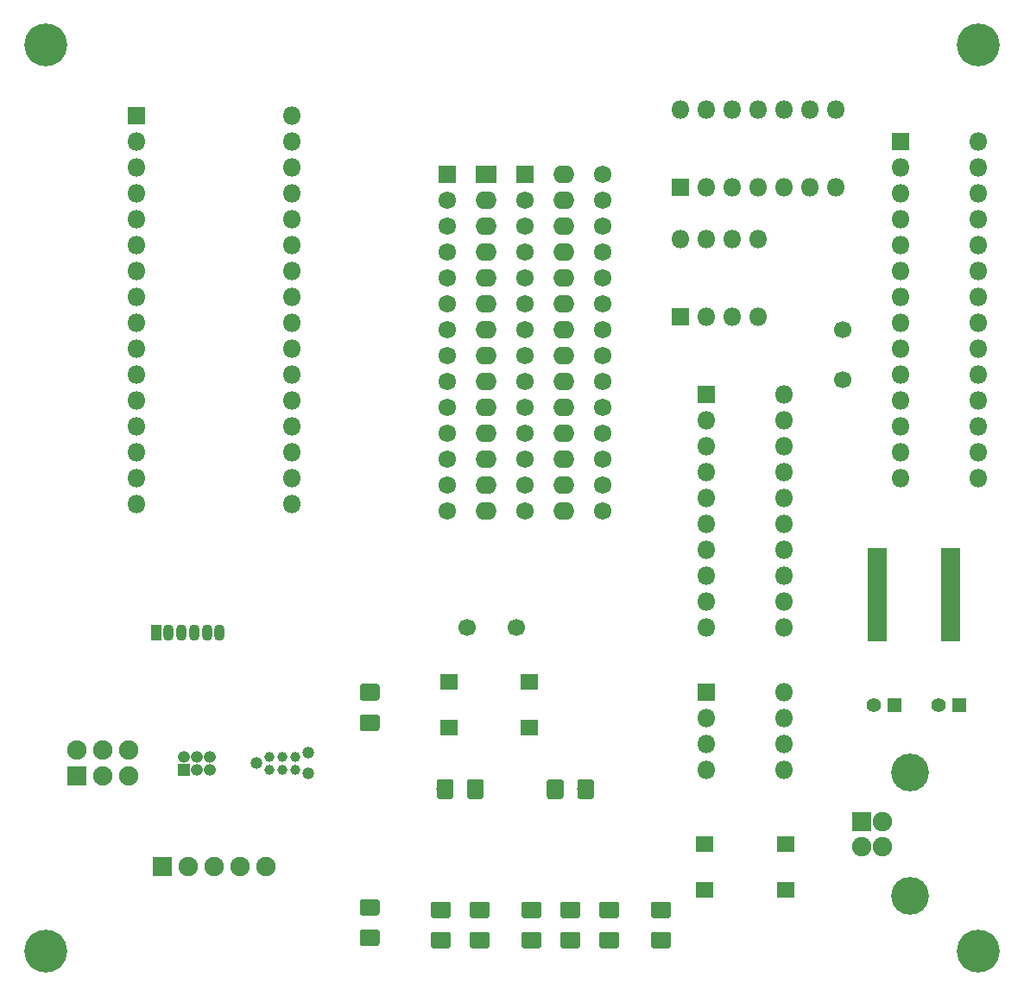
<source format=gbr>
G04 #@! TF.GenerationSoftware,KiCad,Pcbnew,(5.0.0)*
G04 #@! TF.CreationDate,2019-08-17T11:44:38-04:00*
G04 #@! TF.ProjectId,Multi Programmer,4D756C74692050726F6772616D6D6572,rev?*
G04 #@! TF.SameCoordinates,Original*
G04 #@! TF.FileFunction,Soldermask,Top*
G04 #@! TF.FilePolarity,Negative*
%FSLAX46Y46*%
G04 Gerber Fmt 4.6, Leading zero omitted, Abs format (unit mm)*
G04 Created by KiCad (PCBNEW (5.0.0)) date 08/17/19 11:44:38*
%MOMM*%
%LPD*%
G01*
G04 APERTURE LIST*
%ADD10C,1.700000*%
%ADD11R,1.800000X1.800000*%
%ADD12O,1.800000X1.800000*%
%ADD13C,0.100000*%
%ADD14C,1.625000*%
%ADD15R,1.400000X1.400000*%
%ADD16C,1.400000*%
%ADD17R,1.900000X1.900000*%
%ADD18O,1.900000X1.900000*%
%ADD19C,1.190600*%
%ADD20C,0.987400*%
%ADD21R,1.100000X1.600000*%
%ADD22O,1.100000X1.600000*%
%ADD23R,1.200000X1.200000*%
%ADD24O,1.200000X1.200000*%
%ADD25R,2.000000X1.724000*%
%ADD26O,2.100000X1.724000*%
%ADD27R,1.724000X1.724000*%
%ADD28C,1.724000*%
%ADD29C,1.900000*%
%ADD30C,3.700000*%
%ADD31R,1.950000X0.650000*%
%ADD32R,1.750000X1.500000*%
%ADD33C,4.200000*%
G04 APERTURE END LIST*
D10*
G04 #@! TO.C,Y2*
X146685000Y-111760000D03*
X151585000Y-111760000D03*
G04 #@! TD*
D11*
G04 #@! TO.C,SK4*
X167640000Y-68580000D03*
D12*
X182880000Y-60960000D03*
X170180000Y-68580000D03*
X180340000Y-60960000D03*
X172720000Y-68580000D03*
X177800000Y-60960000D03*
X175260000Y-68580000D03*
X175260000Y-60960000D03*
X177800000Y-68580000D03*
X172720000Y-60960000D03*
X180340000Y-68580000D03*
X170180000Y-60960000D03*
X182880000Y-68580000D03*
X167640000Y-60960000D03*
G04 #@! TD*
D11*
G04 #@! TO.C,SK3*
X167640000Y-81280000D03*
D12*
X175260000Y-73660000D03*
X170180000Y-81280000D03*
X172720000Y-73660000D03*
X172720000Y-81280000D03*
X170180000Y-73660000D03*
X175260000Y-81280000D03*
X167640000Y-73660000D03*
G04 #@! TD*
D13*
G04 #@! TO.C,D10*
G36*
X144862856Y-138671373D02*
X144890530Y-138675478D01*
X144917669Y-138682276D01*
X144944010Y-138691701D01*
X144969302Y-138703663D01*
X144993298Y-138718046D01*
X145015770Y-138734712D01*
X145036500Y-138753500D01*
X145055288Y-138774230D01*
X145071954Y-138796702D01*
X145086337Y-138820698D01*
X145098299Y-138845990D01*
X145107724Y-138872331D01*
X145114522Y-138899470D01*
X145118627Y-138927144D01*
X145120000Y-138955088D01*
X145120000Y-140009912D01*
X145118627Y-140037856D01*
X145114522Y-140065530D01*
X145107724Y-140092669D01*
X145098299Y-140119010D01*
X145086337Y-140144302D01*
X145071954Y-140168298D01*
X145055288Y-140190770D01*
X145036500Y-140211500D01*
X145015770Y-140230288D01*
X144993298Y-140246954D01*
X144969302Y-140261337D01*
X144944010Y-140273299D01*
X144917669Y-140282724D01*
X144890530Y-140289522D01*
X144862856Y-140293627D01*
X144834912Y-140295000D01*
X143455088Y-140295000D01*
X143427144Y-140293627D01*
X143399470Y-140289522D01*
X143372331Y-140282724D01*
X143345990Y-140273299D01*
X143320698Y-140261337D01*
X143296702Y-140246954D01*
X143274230Y-140230288D01*
X143253500Y-140211500D01*
X143234712Y-140190770D01*
X143218046Y-140168298D01*
X143203663Y-140144302D01*
X143191701Y-140119010D01*
X143182276Y-140092669D01*
X143175478Y-140065530D01*
X143171373Y-140037856D01*
X143170000Y-140009912D01*
X143170000Y-138955088D01*
X143171373Y-138927144D01*
X143175478Y-138899470D01*
X143182276Y-138872331D01*
X143191701Y-138845990D01*
X143203663Y-138820698D01*
X143218046Y-138796702D01*
X143234712Y-138774230D01*
X143253500Y-138753500D01*
X143274230Y-138734712D01*
X143296702Y-138718046D01*
X143320698Y-138703663D01*
X143345990Y-138691701D01*
X143372331Y-138682276D01*
X143399470Y-138675478D01*
X143427144Y-138671373D01*
X143455088Y-138670000D01*
X144834912Y-138670000D01*
X144862856Y-138671373D01*
X144862856Y-138671373D01*
G37*
D14*
X144145000Y-139482500D03*
D13*
G36*
X144862856Y-141646373D02*
X144890530Y-141650478D01*
X144917669Y-141657276D01*
X144944010Y-141666701D01*
X144969302Y-141678663D01*
X144993298Y-141693046D01*
X145015770Y-141709712D01*
X145036500Y-141728500D01*
X145055288Y-141749230D01*
X145071954Y-141771702D01*
X145086337Y-141795698D01*
X145098299Y-141820990D01*
X145107724Y-141847331D01*
X145114522Y-141874470D01*
X145118627Y-141902144D01*
X145120000Y-141930088D01*
X145120000Y-142984912D01*
X145118627Y-143012856D01*
X145114522Y-143040530D01*
X145107724Y-143067669D01*
X145098299Y-143094010D01*
X145086337Y-143119302D01*
X145071954Y-143143298D01*
X145055288Y-143165770D01*
X145036500Y-143186500D01*
X145015770Y-143205288D01*
X144993298Y-143221954D01*
X144969302Y-143236337D01*
X144944010Y-143248299D01*
X144917669Y-143257724D01*
X144890530Y-143264522D01*
X144862856Y-143268627D01*
X144834912Y-143270000D01*
X143455088Y-143270000D01*
X143427144Y-143268627D01*
X143399470Y-143264522D01*
X143372331Y-143257724D01*
X143345990Y-143248299D01*
X143320698Y-143236337D01*
X143296702Y-143221954D01*
X143274230Y-143205288D01*
X143253500Y-143186500D01*
X143234712Y-143165770D01*
X143218046Y-143143298D01*
X143203663Y-143119302D01*
X143191701Y-143094010D01*
X143182276Y-143067669D01*
X143175478Y-143040530D01*
X143171373Y-143012856D01*
X143170000Y-142984912D01*
X143170000Y-141930088D01*
X143171373Y-141902144D01*
X143175478Y-141874470D01*
X143182276Y-141847331D01*
X143191701Y-141820990D01*
X143203663Y-141795698D01*
X143218046Y-141771702D01*
X143234712Y-141749230D01*
X143253500Y-141728500D01*
X143274230Y-141709712D01*
X143296702Y-141693046D01*
X143320698Y-141678663D01*
X143345990Y-141666701D01*
X143372331Y-141657276D01*
X143399470Y-141650478D01*
X143427144Y-141646373D01*
X143455088Y-141645000D01*
X144834912Y-141645000D01*
X144862856Y-141646373D01*
X144862856Y-141646373D01*
G37*
D14*
X144145000Y-142457500D03*
G04 #@! TD*
D13*
G04 #@! TO.C,D9*
G36*
X148672856Y-141646373D02*
X148700530Y-141650478D01*
X148727669Y-141657276D01*
X148754010Y-141666701D01*
X148779302Y-141678663D01*
X148803298Y-141693046D01*
X148825770Y-141709712D01*
X148846500Y-141728500D01*
X148865288Y-141749230D01*
X148881954Y-141771702D01*
X148896337Y-141795698D01*
X148908299Y-141820990D01*
X148917724Y-141847331D01*
X148924522Y-141874470D01*
X148928627Y-141902144D01*
X148930000Y-141930088D01*
X148930000Y-142984912D01*
X148928627Y-143012856D01*
X148924522Y-143040530D01*
X148917724Y-143067669D01*
X148908299Y-143094010D01*
X148896337Y-143119302D01*
X148881954Y-143143298D01*
X148865288Y-143165770D01*
X148846500Y-143186500D01*
X148825770Y-143205288D01*
X148803298Y-143221954D01*
X148779302Y-143236337D01*
X148754010Y-143248299D01*
X148727669Y-143257724D01*
X148700530Y-143264522D01*
X148672856Y-143268627D01*
X148644912Y-143270000D01*
X147265088Y-143270000D01*
X147237144Y-143268627D01*
X147209470Y-143264522D01*
X147182331Y-143257724D01*
X147155990Y-143248299D01*
X147130698Y-143236337D01*
X147106702Y-143221954D01*
X147084230Y-143205288D01*
X147063500Y-143186500D01*
X147044712Y-143165770D01*
X147028046Y-143143298D01*
X147013663Y-143119302D01*
X147001701Y-143094010D01*
X146992276Y-143067669D01*
X146985478Y-143040530D01*
X146981373Y-143012856D01*
X146980000Y-142984912D01*
X146980000Y-141930088D01*
X146981373Y-141902144D01*
X146985478Y-141874470D01*
X146992276Y-141847331D01*
X147001701Y-141820990D01*
X147013663Y-141795698D01*
X147028046Y-141771702D01*
X147044712Y-141749230D01*
X147063500Y-141728500D01*
X147084230Y-141709712D01*
X147106702Y-141693046D01*
X147130698Y-141678663D01*
X147155990Y-141666701D01*
X147182331Y-141657276D01*
X147209470Y-141650478D01*
X147237144Y-141646373D01*
X147265088Y-141645000D01*
X148644912Y-141645000D01*
X148672856Y-141646373D01*
X148672856Y-141646373D01*
G37*
D14*
X147955000Y-142457500D03*
D13*
G36*
X148672856Y-138671373D02*
X148700530Y-138675478D01*
X148727669Y-138682276D01*
X148754010Y-138691701D01*
X148779302Y-138703663D01*
X148803298Y-138718046D01*
X148825770Y-138734712D01*
X148846500Y-138753500D01*
X148865288Y-138774230D01*
X148881954Y-138796702D01*
X148896337Y-138820698D01*
X148908299Y-138845990D01*
X148917724Y-138872331D01*
X148924522Y-138899470D01*
X148928627Y-138927144D01*
X148930000Y-138955088D01*
X148930000Y-140009912D01*
X148928627Y-140037856D01*
X148924522Y-140065530D01*
X148917724Y-140092669D01*
X148908299Y-140119010D01*
X148896337Y-140144302D01*
X148881954Y-140168298D01*
X148865288Y-140190770D01*
X148846500Y-140211500D01*
X148825770Y-140230288D01*
X148803298Y-140246954D01*
X148779302Y-140261337D01*
X148754010Y-140273299D01*
X148727669Y-140282724D01*
X148700530Y-140289522D01*
X148672856Y-140293627D01*
X148644912Y-140295000D01*
X147265088Y-140295000D01*
X147237144Y-140293627D01*
X147209470Y-140289522D01*
X147182331Y-140282724D01*
X147155990Y-140273299D01*
X147130698Y-140261337D01*
X147106702Y-140246954D01*
X147084230Y-140230288D01*
X147063500Y-140211500D01*
X147044712Y-140190770D01*
X147028046Y-140168298D01*
X147013663Y-140144302D01*
X147001701Y-140119010D01*
X146992276Y-140092669D01*
X146985478Y-140065530D01*
X146981373Y-140037856D01*
X146980000Y-140009912D01*
X146980000Y-138955088D01*
X146981373Y-138927144D01*
X146985478Y-138899470D01*
X146992276Y-138872331D01*
X147001701Y-138845990D01*
X147013663Y-138820698D01*
X147028046Y-138796702D01*
X147044712Y-138774230D01*
X147063500Y-138753500D01*
X147084230Y-138734712D01*
X147106702Y-138718046D01*
X147130698Y-138703663D01*
X147155990Y-138691701D01*
X147182331Y-138682276D01*
X147209470Y-138675478D01*
X147237144Y-138671373D01*
X147265088Y-138670000D01*
X148644912Y-138670000D01*
X148672856Y-138671373D01*
X148672856Y-138671373D01*
G37*
D14*
X147955000Y-139482500D03*
G04 #@! TD*
D13*
G04 #@! TO.C,D7*
G36*
X157562856Y-138671373D02*
X157590530Y-138675478D01*
X157617669Y-138682276D01*
X157644010Y-138691701D01*
X157669302Y-138703663D01*
X157693298Y-138718046D01*
X157715770Y-138734712D01*
X157736500Y-138753500D01*
X157755288Y-138774230D01*
X157771954Y-138796702D01*
X157786337Y-138820698D01*
X157798299Y-138845990D01*
X157807724Y-138872331D01*
X157814522Y-138899470D01*
X157818627Y-138927144D01*
X157820000Y-138955088D01*
X157820000Y-140009912D01*
X157818627Y-140037856D01*
X157814522Y-140065530D01*
X157807724Y-140092669D01*
X157798299Y-140119010D01*
X157786337Y-140144302D01*
X157771954Y-140168298D01*
X157755288Y-140190770D01*
X157736500Y-140211500D01*
X157715770Y-140230288D01*
X157693298Y-140246954D01*
X157669302Y-140261337D01*
X157644010Y-140273299D01*
X157617669Y-140282724D01*
X157590530Y-140289522D01*
X157562856Y-140293627D01*
X157534912Y-140295000D01*
X156155088Y-140295000D01*
X156127144Y-140293627D01*
X156099470Y-140289522D01*
X156072331Y-140282724D01*
X156045990Y-140273299D01*
X156020698Y-140261337D01*
X155996702Y-140246954D01*
X155974230Y-140230288D01*
X155953500Y-140211500D01*
X155934712Y-140190770D01*
X155918046Y-140168298D01*
X155903663Y-140144302D01*
X155891701Y-140119010D01*
X155882276Y-140092669D01*
X155875478Y-140065530D01*
X155871373Y-140037856D01*
X155870000Y-140009912D01*
X155870000Y-138955088D01*
X155871373Y-138927144D01*
X155875478Y-138899470D01*
X155882276Y-138872331D01*
X155891701Y-138845990D01*
X155903663Y-138820698D01*
X155918046Y-138796702D01*
X155934712Y-138774230D01*
X155953500Y-138753500D01*
X155974230Y-138734712D01*
X155996702Y-138718046D01*
X156020698Y-138703663D01*
X156045990Y-138691701D01*
X156072331Y-138682276D01*
X156099470Y-138675478D01*
X156127144Y-138671373D01*
X156155088Y-138670000D01*
X157534912Y-138670000D01*
X157562856Y-138671373D01*
X157562856Y-138671373D01*
G37*
D14*
X156845000Y-139482500D03*
D13*
G36*
X157562856Y-141646373D02*
X157590530Y-141650478D01*
X157617669Y-141657276D01*
X157644010Y-141666701D01*
X157669302Y-141678663D01*
X157693298Y-141693046D01*
X157715770Y-141709712D01*
X157736500Y-141728500D01*
X157755288Y-141749230D01*
X157771954Y-141771702D01*
X157786337Y-141795698D01*
X157798299Y-141820990D01*
X157807724Y-141847331D01*
X157814522Y-141874470D01*
X157818627Y-141902144D01*
X157820000Y-141930088D01*
X157820000Y-142984912D01*
X157818627Y-143012856D01*
X157814522Y-143040530D01*
X157807724Y-143067669D01*
X157798299Y-143094010D01*
X157786337Y-143119302D01*
X157771954Y-143143298D01*
X157755288Y-143165770D01*
X157736500Y-143186500D01*
X157715770Y-143205288D01*
X157693298Y-143221954D01*
X157669302Y-143236337D01*
X157644010Y-143248299D01*
X157617669Y-143257724D01*
X157590530Y-143264522D01*
X157562856Y-143268627D01*
X157534912Y-143270000D01*
X156155088Y-143270000D01*
X156127144Y-143268627D01*
X156099470Y-143264522D01*
X156072331Y-143257724D01*
X156045990Y-143248299D01*
X156020698Y-143236337D01*
X155996702Y-143221954D01*
X155974230Y-143205288D01*
X155953500Y-143186500D01*
X155934712Y-143165770D01*
X155918046Y-143143298D01*
X155903663Y-143119302D01*
X155891701Y-143094010D01*
X155882276Y-143067669D01*
X155875478Y-143040530D01*
X155871373Y-143012856D01*
X155870000Y-142984912D01*
X155870000Y-141930088D01*
X155871373Y-141902144D01*
X155875478Y-141874470D01*
X155882276Y-141847331D01*
X155891701Y-141820990D01*
X155903663Y-141795698D01*
X155918046Y-141771702D01*
X155934712Y-141749230D01*
X155953500Y-141728500D01*
X155974230Y-141709712D01*
X155996702Y-141693046D01*
X156020698Y-141678663D01*
X156045990Y-141666701D01*
X156072331Y-141657276D01*
X156099470Y-141650478D01*
X156127144Y-141646373D01*
X156155088Y-141645000D01*
X157534912Y-141645000D01*
X157562856Y-141646373D01*
X157562856Y-141646373D01*
G37*
D14*
X156845000Y-142457500D03*
G04 #@! TD*
D13*
G04 #@! TO.C,D6*
G36*
X161372856Y-141646373D02*
X161400530Y-141650478D01*
X161427669Y-141657276D01*
X161454010Y-141666701D01*
X161479302Y-141678663D01*
X161503298Y-141693046D01*
X161525770Y-141709712D01*
X161546500Y-141728500D01*
X161565288Y-141749230D01*
X161581954Y-141771702D01*
X161596337Y-141795698D01*
X161608299Y-141820990D01*
X161617724Y-141847331D01*
X161624522Y-141874470D01*
X161628627Y-141902144D01*
X161630000Y-141930088D01*
X161630000Y-142984912D01*
X161628627Y-143012856D01*
X161624522Y-143040530D01*
X161617724Y-143067669D01*
X161608299Y-143094010D01*
X161596337Y-143119302D01*
X161581954Y-143143298D01*
X161565288Y-143165770D01*
X161546500Y-143186500D01*
X161525770Y-143205288D01*
X161503298Y-143221954D01*
X161479302Y-143236337D01*
X161454010Y-143248299D01*
X161427669Y-143257724D01*
X161400530Y-143264522D01*
X161372856Y-143268627D01*
X161344912Y-143270000D01*
X159965088Y-143270000D01*
X159937144Y-143268627D01*
X159909470Y-143264522D01*
X159882331Y-143257724D01*
X159855990Y-143248299D01*
X159830698Y-143236337D01*
X159806702Y-143221954D01*
X159784230Y-143205288D01*
X159763500Y-143186500D01*
X159744712Y-143165770D01*
X159728046Y-143143298D01*
X159713663Y-143119302D01*
X159701701Y-143094010D01*
X159692276Y-143067669D01*
X159685478Y-143040530D01*
X159681373Y-143012856D01*
X159680000Y-142984912D01*
X159680000Y-141930088D01*
X159681373Y-141902144D01*
X159685478Y-141874470D01*
X159692276Y-141847331D01*
X159701701Y-141820990D01*
X159713663Y-141795698D01*
X159728046Y-141771702D01*
X159744712Y-141749230D01*
X159763500Y-141728500D01*
X159784230Y-141709712D01*
X159806702Y-141693046D01*
X159830698Y-141678663D01*
X159855990Y-141666701D01*
X159882331Y-141657276D01*
X159909470Y-141650478D01*
X159937144Y-141646373D01*
X159965088Y-141645000D01*
X161344912Y-141645000D01*
X161372856Y-141646373D01*
X161372856Y-141646373D01*
G37*
D14*
X160655000Y-142457500D03*
D13*
G36*
X161372856Y-138671373D02*
X161400530Y-138675478D01*
X161427669Y-138682276D01*
X161454010Y-138691701D01*
X161479302Y-138703663D01*
X161503298Y-138718046D01*
X161525770Y-138734712D01*
X161546500Y-138753500D01*
X161565288Y-138774230D01*
X161581954Y-138796702D01*
X161596337Y-138820698D01*
X161608299Y-138845990D01*
X161617724Y-138872331D01*
X161624522Y-138899470D01*
X161628627Y-138927144D01*
X161630000Y-138955088D01*
X161630000Y-140009912D01*
X161628627Y-140037856D01*
X161624522Y-140065530D01*
X161617724Y-140092669D01*
X161608299Y-140119010D01*
X161596337Y-140144302D01*
X161581954Y-140168298D01*
X161565288Y-140190770D01*
X161546500Y-140211500D01*
X161525770Y-140230288D01*
X161503298Y-140246954D01*
X161479302Y-140261337D01*
X161454010Y-140273299D01*
X161427669Y-140282724D01*
X161400530Y-140289522D01*
X161372856Y-140293627D01*
X161344912Y-140295000D01*
X159965088Y-140295000D01*
X159937144Y-140293627D01*
X159909470Y-140289522D01*
X159882331Y-140282724D01*
X159855990Y-140273299D01*
X159830698Y-140261337D01*
X159806702Y-140246954D01*
X159784230Y-140230288D01*
X159763500Y-140211500D01*
X159744712Y-140190770D01*
X159728046Y-140168298D01*
X159713663Y-140144302D01*
X159701701Y-140119010D01*
X159692276Y-140092669D01*
X159685478Y-140065530D01*
X159681373Y-140037856D01*
X159680000Y-140009912D01*
X159680000Y-138955088D01*
X159681373Y-138927144D01*
X159685478Y-138899470D01*
X159692276Y-138872331D01*
X159701701Y-138845990D01*
X159713663Y-138820698D01*
X159728046Y-138796702D01*
X159744712Y-138774230D01*
X159763500Y-138753500D01*
X159784230Y-138734712D01*
X159806702Y-138718046D01*
X159830698Y-138703663D01*
X159855990Y-138691701D01*
X159882331Y-138682276D01*
X159909470Y-138675478D01*
X159937144Y-138671373D01*
X159965088Y-138670000D01*
X161344912Y-138670000D01*
X161372856Y-138671373D01*
X161372856Y-138671373D01*
G37*
D14*
X160655000Y-139482500D03*
G04 #@! TD*
D13*
G04 #@! TO.C,D5*
G36*
X153752856Y-138671373D02*
X153780530Y-138675478D01*
X153807669Y-138682276D01*
X153834010Y-138691701D01*
X153859302Y-138703663D01*
X153883298Y-138718046D01*
X153905770Y-138734712D01*
X153926500Y-138753500D01*
X153945288Y-138774230D01*
X153961954Y-138796702D01*
X153976337Y-138820698D01*
X153988299Y-138845990D01*
X153997724Y-138872331D01*
X154004522Y-138899470D01*
X154008627Y-138927144D01*
X154010000Y-138955088D01*
X154010000Y-140009912D01*
X154008627Y-140037856D01*
X154004522Y-140065530D01*
X153997724Y-140092669D01*
X153988299Y-140119010D01*
X153976337Y-140144302D01*
X153961954Y-140168298D01*
X153945288Y-140190770D01*
X153926500Y-140211500D01*
X153905770Y-140230288D01*
X153883298Y-140246954D01*
X153859302Y-140261337D01*
X153834010Y-140273299D01*
X153807669Y-140282724D01*
X153780530Y-140289522D01*
X153752856Y-140293627D01*
X153724912Y-140295000D01*
X152345088Y-140295000D01*
X152317144Y-140293627D01*
X152289470Y-140289522D01*
X152262331Y-140282724D01*
X152235990Y-140273299D01*
X152210698Y-140261337D01*
X152186702Y-140246954D01*
X152164230Y-140230288D01*
X152143500Y-140211500D01*
X152124712Y-140190770D01*
X152108046Y-140168298D01*
X152093663Y-140144302D01*
X152081701Y-140119010D01*
X152072276Y-140092669D01*
X152065478Y-140065530D01*
X152061373Y-140037856D01*
X152060000Y-140009912D01*
X152060000Y-138955088D01*
X152061373Y-138927144D01*
X152065478Y-138899470D01*
X152072276Y-138872331D01*
X152081701Y-138845990D01*
X152093663Y-138820698D01*
X152108046Y-138796702D01*
X152124712Y-138774230D01*
X152143500Y-138753500D01*
X152164230Y-138734712D01*
X152186702Y-138718046D01*
X152210698Y-138703663D01*
X152235990Y-138691701D01*
X152262331Y-138682276D01*
X152289470Y-138675478D01*
X152317144Y-138671373D01*
X152345088Y-138670000D01*
X153724912Y-138670000D01*
X153752856Y-138671373D01*
X153752856Y-138671373D01*
G37*
D14*
X153035000Y-139482500D03*
D13*
G36*
X153752856Y-141646373D02*
X153780530Y-141650478D01*
X153807669Y-141657276D01*
X153834010Y-141666701D01*
X153859302Y-141678663D01*
X153883298Y-141693046D01*
X153905770Y-141709712D01*
X153926500Y-141728500D01*
X153945288Y-141749230D01*
X153961954Y-141771702D01*
X153976337Y-141795698D01*
X153988299Y-141820990D01*
X153997724Y-141847331D01*
X154004522Y-141874470D01*
X154008627Y-141902144D01*
X154010000Y-141930088D01*
X154010000Y-142984912D01*
X154008627Y-143012856D01*
X154004522Y-143040530D01*
X153997724Y-143067669D01*
X153988299Y-143094010D01*
X153976337Y-143119302D01*
X153961954Y-143143298D01*
X153945288Y-143165770D01*
X153926500Y-143186500D01*
X153905770Y-143205288D01*
X153883298Y-143221954D01*
X153859302Y-143236337D01*
X153834010Y-143248299D01*
X153807669Y-143257724D01*
X153780530Y-143264522D01*
X153752856Y-143268627D01*
X153724912Y-143270000D01*
X152345088Y-143270000D01*
X152317144Y-143268627D01*
X152289470Y-143264522D01*
X152262331Y-143257724D01*
X152235990Y-143248299D01*
X152210698Y-143236337D01*
X152186702Y-143221954D01*
X152164230Y-143205288D01*
X152143500Y-143186500D01*
X152124712Y-143165770D01*
X152108046Y-143143298D01*
X152093663Y-143119302D01*
X152081701Y-143094010D01*
X152072276Y-143067669D01*
X152065478Y-143040530D01*
X152061373Y-143012856D01*
X152060000Y-142984912D01*
X152060000Y-141930088D01*
X152061373Y-141902144D01*
X152065478Y-141874470D01*
X152072276Y-141847331D01*
X152081701Y-141820990D01*
X152093663Y-141795698D01*
X152108046Y-141771702D01*
X152124712Y-141749230D01*
X152143500Y-141728500D01*
X152164230Y-141709712D01*
X152186702Y-141693046D01*
X152210698Y-141678663D01*
X152235990Y-141666701D01*
X152262331Y-141657276D01*
X152289470Y-141650478D01*
X152317144Y-141646373D01*
X152345088Y-141645000D01*
X153724912Y-141645000D01*
X153752856Y-141646373D01*
X153752856Y-141646373D01*
G37*
D14*
X153035000Y-142457500D03*
G04 #@! TD*
D13*
G04 #@! TO.C,D4*
G36*
X137877856Y-141391371D02*
X137905530Y-141395476D01*
X137932669Y-141402274D01*
X137959010Y-141411699D01*
X137984302Y-141423661D01*
X138008298Y-141438044D01*
X138030770Y-141454710D01*
X138051500Y-141473498D01*
X138070288Y-141494228D01*
X138086954Y-141516700D01*
X138101337Y-141540696D01*
X138113299Y-141565988D01*
X138122724Y-141592329D01*
X138129522Y-141619468D01*
X138133627Y-141647142D01*
X138135000Y-141675086D01*
X138135000Y-142729910D01*
X138133627Y-142757854D01*
X138129522Y-142785528D01*
X138122724Y-142812667D01*
X138113299Y-142839008D01*
X138101337Y-142864300D01*
X138086954Y-142888296D01*
X138070288Y-142910768D01*
X138051500Y-142931498D01*
X138030770Y-142950286D01*
X138008298Y-142966952D01*
X137984302Y-142981335D01*
X137959010Y-142993297D01*
X137932669Y-143002722D01*
X137905530Y-143009520D01*
X137877856Y-143013625D01*
X137849912Y-143014998D01*
X136470088Y-143014998D01*
X136442144Y-143013625D01*
X136414470Y-143009520D01*
X136387331Y-143002722D01*
X136360990Y-142993297D01*
X136335698Y-142981335D01*
X136311702Y-142966952D01*
X136289230Y-142950286D01*
X136268500Y-142931498D01*
X136249712Y-142910768D01*
X136233046Y-142888296D01*
X136218663Y-142864300D01*
X136206701Y-142839008D01*
X136197276Y-142812667D01*
X136190478Y-142785528D01*
X136186373Y-142757854D01*
X136185000Y-142729910D01*
X136185000Y-141675086D01*
X136186373Y-141647142D01*
X136190478Y-141619468D01*
X136197276Y-141592329D01*
X136206701Y-141565988D01*
X136218663Y-141540696D01*
X136233046Y-141516700D01*
X136249712Y-141494228D01*
X136268500Y-141473498D01*
X136289230Y-141454710D01*
X136311702Y-141438044D01*
X136335698Y-141423661D01*
X136360990Y-141411699D01*
X136387331Y-141402274D01*
X136414470Y-141395476D01*
X136442144Y-141391371D01*
X136470088Y-141389998D01*
X137849912Y-141389998D01*
X137877856Y-141391371D01*
X137877856Y-141391371D01*
G37*
D14*
X137160000Y-142202498D03*
D13*
G36*
X137877856Y-138416371D02*
X137905530Y-138420476D01*
X137932669Y-138427274D01*
X137959010Y-138436699D01*
X137984302Y-138448661D01*
X138008298Y-138463044D01*
X138030770Y-138479710D01*
X138051500Y-138498498D01*
X138070288Y-138519228D01*
X138086954Y-138541700D01*
X138101337Y-138565696D01*
X138113299Y-138590988D01*
X138122724Y-138617329D01*
X138129522Y-138644468D01*
X138133627Y-138672142D01*
X138135000Y-138700086D01*
X138135000Y-139754910D01*
X138133627Y-139782854D01*
X138129522Y-139810528D01*
X138122724Y-139837667D01*
X138113299Y-139864008D01*
X138101337Y-139889300D01*
X138086954Y-139913296D01*
X138070288Y-139935768D01*
X138051500Y-139956498D01*
X138030770Y-139975286D01*
X138008298Y-139991952D01*
X137984302Y-140006335D01*
X137959010Y-140018297D01*
X137932669Y-140027722D01*
X137905530Y-140034520D01*
X137877856Y-140038625D01*
X137849912Y-140039998D01*
X136470088Y-140039998D01*
X136442144Y-140038625D01*
X136414470Y-140034520D01*
X136387331Y-140027722D01*
X136360990Y-140018297D01*
X136335698Y-140006335D01*
X136311702Y-139991952D01*
X136289230Y-139975286D01*
X136268500Y-139956498D01*
X136249712Y-139935768D01*
X136233046Y-139913296D01*
X136218663Y-139889300D01*
X136206701Y-139864008D01*
X136197276Y-139837667D01*
X136190478Y-139810528D01*
X136186373Y-139782854D01*
X136185000Y-139754910D01*
X136185000Y-138700086D01*
X136186373Y-138672142D01*
X136190478Y-138644468D01*
X136197276Y-138617329D01*
X136206701Y-138590988D01*
X136218663Y-138565696D01*
X136233046Y-138541700D01*
X136249712Y-138519228D01*
X136268500Y-138498498D01*
X136289230Y-138479710D01*
X136311702Y-138463044D01*
X136335698Y-138448661D01*
X136360990Y-138436699D01*
X136387331Y-138427274D01*
X136414470Y-138420476D01*
X136442144Y-138416371D01*
X136470088Y-138414998D01*
X137849912Y-138414998D01*
X137877856Y-138416371D01*
X137877856Y-138416371D01*
G37*
D14*
X137160000Y-139227498D03*
G04 #@! TD*
D13*
G04 #@! TO.C,D8*
G36*
X166452856Y-138671373D02*
X166480530Y-138675478D01*
X166507669Y-138682276D01*
X166534010Y-138691701D01*
X166559302Y-138703663D01*
X166583298Y-138718046D01*
X166605770Y-138734712D01*
X166626500Y-138753500D01*
X166645288Y-138774230D01*
X166661954Y-138796702D01*
X166676337Y-138820698D01*
X166688299Y-138845990D01*
X166697724Y-138872331D01*
X166704522Y-138899470D01*
X166708627Y-138927144D01*
X166710000Y-138955088D01*
X166710000Y-140009912D01*
X166708627Y-140037856D01*
X166704522Y-140065530D01*
X166697724Y-140092669D01*
X166688299Y-140119010D01*
X166676337Y-140144302D01*
X166661954Y-140168298D01*
X166645288Y-140190770D01*
X166626500Y-140211500D01*
X166605770Y-140230288D01*
X166583298Y-140246954D01*
X166559302Y-140261337D01*
X166534010Y-140273299D01*
X166507669Y-140282724D01*
X166480530Y-140289522D01*
X166452856Y-140293627D01*
X166424912Y-140295000D01*
X165045088Y-140295000D01*
X165017144Y-140293627D01*
X164989470Y-140289522D01*
X164962331Y-140282724D01*
X164935990Y-140273299D01*
X164910698Y-140261337D01*
X164886702Y-140246954D01*
X164864230Y-140230288D01*
X164843500Y-140211500D01*
X164824712Y-140190770D01*
X164808046Y-140168298D01*
X164793663Y-140144302D01*
X164781701Y-140119010D01*
X164772276Y-140092669D01*
X164765478Y-140065530D01*
X164761373Y-140037856D01*
X164760000Y-140009912D01*
X164760000Y-138955088D01*
X164761373Y-138927144D01*
X164765478Y-138899470D01*
X164772276Y-138872331D01*
X164781701Y-138845990D01*
X164793663Y-138820698D01*
X164808046Y-138796702D01*
X164824712Y-138774230D01*
X164843500Y-138753500D01*
X164864230Y-138734712D01*
X164886702Y-138718046D01*
X164910698Y-138703663D01*
X164935990Y-138691701D01*
X164962331Y-138682276D01*
X164989470Y-138675478D01*
X165017144Y-138671373D01*
X165045088Y-138670000D01*
X166424912Y-138670000D01*
X166452856Y-138671373D01*
X166452856Y-138671373D01*
G37*
D14*
X165735000Y-139482500D03*
D13*
G36*
X166452856Y-141646373D02*
X166480530Y-141650478D01*
X166507669Y-141657276D01*
X166534010Y-141666701D01*
X166559302Y-141678663D01*
X166583298Y-141693046D01*
X166605770Y-141709712D01*
X166626500Y-141728500D01*
X166645288Y-141749230D01*
X166661954Y-141771702D01*
X166676337Y-141795698D01*
X166688299Y-141820990D01*
X166697724Y-141847331D01*
X166704522Y-141874470D01*
X166708627Y-141902144D01*
X166710000Y-141930088D01*
X166710000Y-142984912D01*
X166708627Y-143012856D01*
X166704522Y-143040530D01*
X166697724Y-143067669D01*
X166688299Y-143094010D01*
X166676337Y-143119302D01*
X166661954Y-143143298D01*
X166645288Y-143165770D01*
X166626500Y-143186500D01*
X166605770Y-143205288D01*
X166583298Y-143221954D01*
X166559302Y-143236337D01*
X166534010Y-143248299D01*
X166507669Y-143257724D01*
X166480530Y-143264522D01*
X166452856Y-143268627D01*
X166424912Y-143270000D01*
X165045088Y-143270000D01*
X165017144Y-143268627D01*
X164989470Y-143264522D01*
X164962331Y-143257724D01*
X164935990Y-143248299D01*
X164910698Y-143236337D01*
X164886702Y-143221954D01*
X164864230Y-143205288D01*
X164843500Y-143186500D01*
X164824712Y-143165770D01*
X164808046Y-143143298D01*
X164793663Y-143119302D01*
X164781701Y-143094010D01*
X164772276Y-143067669D01*
X164765478Y-143040530D01*
X164761373Y-143012856D01*
X164760000Y-142984912D01*
X164760000Y-141930088D01*
X164761373Y-141902144D01*
X164765478Y-141874470D01*
X164772276Y-141847331D01*
X164781701Y-141820990D01*
X164793663Y-141795698D01*
X164808046Y-141771702D01*
X164824712Y-141749230D01*
X164843500Y-141728500D01*
X164864230Y-141709712D01*
X164886702Y-141693046D01*
X164910698Y-141678663D01*
X164935990Y-141666701D01*
X164962331Y-141657276D01*
X164989470Y-141650478D01*
X165017144Y-141646373D01*
X165045088Y-141645000D01*
X166424912Y-141645000D01*
X166452856Y-141646373D01*
X166452856Y-141646373D01*
G37*
D14*
X165735000Y-142457500D03*
G04 #@! TD*
D13*
G04 #@! TO.C,D2*
G36*
X137877856Y-120301373D02*
X137905530Y-120305478D01*
X137932669Y-120312276D01*
X137959010Y-120321701D01*
X137984302Y-120333663D01*
X138008298Y-120348046D01*
X138030770Y-120364712D01*
X138051500Y-120383500D01*
X138070288Y-120404230D01*
X138086954Y-120426702D01*
X138101337Y-120450698D01*
X138113299Y-120475990D01*
X138122724Y-120502331D01*
X138129522Y-120529470D01*
X138133627Y-120557144D01*
X138135000Y-120585088D01*
X138135000Y-121639912D01*
X138133627Y-121667856D01*
X138129522Y-121695530D01*
X138122724Y-121722669D01*
X138113299Y-121749010D01*
X138101337Y-121774302D01*
X138086954Y-121798298D01*
X138070288Y-121820770D01*
X138051500Y-121841500D01*
X138030770Y-121860288D01*
X138008298Y-121876954D01*
X137984302Y-121891337D01*
X137959010Y-121903299D01*
X137932669Y-121912724D01*
X137905530Y-121919522D01*
X137877856Y-121923627D01*
X137849912Y-121925000D01*
X136470088Y-121925000D01*
X136442144Y-121923627D01*
X136414470Y-121919522D01*
X136387331Y-121912724D01*
X136360990Y-121903299D01*
X136335698Y-121891337D01*
X136311702Y-121876954D01*
X136289230Y-121860288D01*
X136268500Y-121841500D01*
X136249712Y-121820770D01*
X136233046Y-121798298D01*
X136218663Y-121774302D01*
X136206701Y-121749010D01*
X136197276Y-121722669D01*
X136190478Y-121695530D01*
X136186373Y-121667856D01*
X136185000Y-121639912D01*
X136185000Y-120585088D01*
X136186373Y-120557144D01*
X136190478Y-120529470D01*
X136197276Y-120502331D01*
X136206701Y-120475990D01*
X136218663Y-120450698D01*
X136233046Y-120426702D01*
X136249712Y-120404230D01*
X136268500Y-120383500D01*
X136289230Y-120364712D01*
X136311702Y-120348046D01*
X136335698Y-120333663D01*
X136360990Y-120321701D01*
X136387331Y-120312276D01*
X136414470Y-120305478D01*
X136442144Y-120301373D01*
X136470088Y-120300000D01*
X137849912Y-120300000D01*
X137877856Y-120301373D01*
X137877856Y-120301373D01*
G37*
D14*
X137160000Y-121112500D03*
D13*
G36*
X137877856Y-117326373D02*
X137905530Y-117330478D01*
X137932669Y-117337276D01*
X137959010Y-117346701D01*
X137984302Y-117358663D01*
X138008298Y-117373046D01*
X138030770Y-117389712D01*
X138051500Y-117408500D01*
X138070288Y-117429230D01*
X138086954Y-117451702D01*
X138101337Y-117475698D01*
X138113299Y-117500990D01*
X138122724Y-117527331D01*
X138129522Y-117554470D01*
X138133627Y-117582144D01*
X138135000Y-117610088D01*
X138135000Y-118664912D01*
X138133627Y-118692856D01*
X138129522Y-118720530D01*
X138122724Y-118747669D01*
X138113299Y-118774010D01*
X138101337Y-118799302D01*
X138086954Y-118823298D01*
X138070288Y-118845770D01*
X138051500Y-118866500D01*
X138030770Y-118885288D01*
X138008298Y-118901954D01*
X137984302Y-118916337D01*
X137959010Y-118928299D01*
X137932669Y-118937724D01*
X137905530Y-118944522D01*
X137877856Y-118948627D01*
X137849912Y-118950000D01*
X136470088Y-118950000D01*
X136442144Y-118948627D01*
X136414470Y-118944522D01*
X136387331Y-118937724D01*
X136360990Y-118928299D01*
X136335698Y-118916337D01*
X136311702Y-118901954D01*
X136289230Y-118885288D01*
X136268500Y-118866500D01*
X136249712Y-118845770D01*
X136233046Y-118823298D01*
X136218663Y-118799302D01*
X136206701Y-118774010D01*
X136197276Y-118747669D01*
X136190478Y-118720530D01*
X136186373Y-118692856D01*
X136185000Y-118664912D01*
X136185000Y-117610088D01*
X136186373Y-117582144D01*
X136190478Y-117554470D01*
X136197276Y-117527331D01*
X136206701Y-117500990D01*
X136218663Y-117475698D01*
X136233046Y-117451702D01*
X136249712Y-117429230D01*
X136268500Y-117408500D01*
X136289230Y-117389712D01*
X136311702Y-117373046D01*
X136335698Y-117358663D01*
X136360990Y-117346701D01*
X136387331Y-117337276D01*
X136414470Y-117330478D01*
X136442144Y-117326373D01*
X136470088Y-117325000D01*
X137849912Y-117325000D01*
X137877856Y-117326373D01*
X137877856Y-117326373D01*
G37*
D14*
X137160000Y-118137500D03*
G04 #@! TD*
D13*
G04 #@! TO.C,D3*
G36*
X145117856Y-126661373D02*
X145145530Y-126665478D01*
X145172669Y-126672276D01*
X145199010Y-126681701D01*
X145224302Y-126693663D01*
X145248298Y-126708046D01*
X145270770Y-126724712D01*
X145291500Y-126743500D01*
X145310288Y-126764230D01*
X145326954Y-126786702D01*
X145341337Y-126810698D01*
X145353299Y-126835990D01*
X145362724Y-126862331D01*
X145369522Y-126889470D01*
X145373627Y-126917144D01*
X145375000Y-126945088D01*
X145375000Y-128324912D01*
X145373627Y-128352856D01*
X145369522Y-128380530D01*
X145362724Y-128407669D01*
X145353299Y-128434010D01*
X145341337Y-128459302D01*
X145326954Y-128483298D01*
X145310288Y-128505770D01*
X145291500Y-128526500D01*
X145270770Y-128545288D01*
X145248298Y-128561954D01*
X145224302Y-128576337D01*
X145199010Y-128588299D01*
X145172669Y-128597724D01*
X145145530Y-128604522D01*
X145117856Y-128608627D01*
X145089912Y-128610000D01*
X144035088Y-128610000D01*
X144007144Y-128608627D01*
X143979470Y-128604522D01*
X143952331Y-128597724D01*
X143925990Y-128588299D01*
X143900698Y-128576337D01*
X143876702Y-128561954D01*
X143854230Y-128545288D01*
X143833500Y-128526500D01*
X143814712Y-128505770D01*
X143798046Y-128483298D01*
X143783663Y-128459302D01*
X143771701Y-128434010D01*
X143762276Y-128407669D01*
X143755478Y-128380530D01*
X143751373Y-128352856D01*
X143750000Y-128324912D01*
X143750000Y-126945088D01*
X143751373Y-126917144D01*
X143755478Y-126889470D01*
X143762276Y-126862331D01*
X143771701Y-126835990D01*
X143783663Y-126810698D01*
X143798046Y-126786702D01*
X143814712Y-126764230D01*
X143833500Y-126743500D01*
X143854230Y-126724712D01*
X143876702Y-126708046D01*
X143900698Y-126693663D01*
X143925990Y-126681701D01*
X143952331Y-126672276D01*
X143979470Y-126665478D01*
X144007144Y-126661373D01*
X144035088Y-126660000D01*
X145089912Y-126660000D01*
X145117856Y-126661373D01*
X145117856Y-126661373D01*
G37*
D14*
X144562500Y-127635000D03*
D13*
G36*
X148092856Y-126661373D02*
X148120530Y-126665478D01*
X148147669Y-126672276D01*
X148174010Y-126681701D01*
X148199302Y-126693663D01*
X148223298Y-126708046D01*
X148245770Y-126724712D01*
X148266500Y-126743500D01*
X148285288Y-126764230D01*
X148301954Y-126786702D01*
X148316337Y-126810698D01*
X148328299Y-126835990D01*
X148337724Y-126862331D01*
X148344522Y-126889470D01*
X148348627Y-126917144D01*
X148350000Y-126945088D01*
X148350000Y-128324912D01*
X148348627Y-128352856D01*
X148344522Y-128380530D01*
X148337724Y-128407669D01*
X148328299Y-128434010D01*
X148316337Y-128459302D01*
X148301954Y-128483298D01*
X148285288Y-128505770D01*
X148266500Y-128526500D01*
X148245770Y-128545288D01*
X148223298Y-128561954D01*
X148199302Y-128576337D01*
X148174010Y-128588299D01*
X148147669Y-128597724D01*
X148120530Y-128604522D01*
X148092856Y-128608627D01*
X148064912Y-128610000D01*
X147010088Y-128610000D01*
X146982144Y-128608627D01*
X146954470Y-128604522D01*
X146927331Y-128597724D01*
X146900990Y-128588299D01*
X146875698Y-128576337D01*
X146851702Y-128561954D01*
X146829230Y-128545288D01*
X146808500Y-128526500D01*
X146789712Y-128505770D01*
X146773046Y-128483298D01*
X146758663Y-128459302D01*
X146746701Y-128434010D01*
X146737276Y-128407669D01*
X146730478Y-128380530D01*
X146726373Y-128352856D01*
X146725000Y-128324912D01*
X146725000Y-126945088D01*
X146726373Y-126917144D01*
X146730478Y-126889470D01*
X146737276Y-126862331D01*
X146746701Y-126835990D01*
X146758663Y-126810698D01*
X146773046Y-126786702D01*
X146789712Y-126764230D01*
X146808500Y-126743500D01*
X146829230Y-126724712D01*
X146851702Y-126708046D01*
X146875698Y-126693663D01*
X146900990Y-126681701D01*
X146927331Y-126672276D01*
X146954470Y-126665478D01*
X146982144Y-126661373D01*
X147010088Y-126660000D01*
X148064912Y-126660000D01*
X148092856Y-126661373D01*
X148092856Y-126661373D01*
G37*
D14*
X147537500Y-127635000D03*
G04 #@! TD*
D13*
G04 #@! TO.C,D1*
G36*
X158887856Y-126661373D02*
X158915530Y-126665478D01*
X158942669Y-126672276D01*
X158969010Y-126681701D01*
X158994302Y-126693663D01*
X159018298Y-126708046D01*
X159040770Y-126724712D01*
X159061500Y-126743500D01*
X159080288Y-126764230D01*
X159096954Y-126786702D01*
X159111337Y-126810698D01*
X159123299Y-126835990D01*
X159132724Y-126862331D01*
X159139522Y-126889470D01*
X159143627Y-126917144D01*
X159145000Y-126945088D01*
X159145000Y-128324912D01*
X159143627Y-128352856D01*
X159139522Y-128380530D01*
X159132724Y-128407669D01*
X159123299Y-128434010D01*
X159111337Y-128459302D01*
X159096954Y-128483298D01*
X159080288Y-128505770D01*
X159061500Y-128526500D01*
X159040770Y-128545288D01*
X159018298Y-128561954D01*
X158994302Y-128576337D01*
X158969010Y-128588299D01*
X158942669Y-128597724D01*
X158915530Y-128604522D01*
X158887856Y-128608627D01*
X158859912Y-128610000D01*
X157805088Y-128610000D01*
X157777144Y-128608627D01*
X157749470Y-128604522D01*
X157722331Y-128597724D01*
X157695990Y-128588299D01*
X157670698Y-128576337D01*
X157646702Y-128561954D01*
X157624230Y-128545288D01*
X157603500Y-128526500D01*
X157584712Y-128505770D01*
X157568046Y-128483298D01*
X157553663Y-128459302D01*
X157541701Y-128434010D01*
X157532276Y-128407669D01*
X157525478Y-128380530D01*
X157521373Y-128352856D01*
X157520000Y-128324912D01*
X157520000Y-126945088D01*
X157521373Y-126917144D01*
X157525478Y-126889470D01*
X157532276Y-126862331D01*
X157541701Y-126835990D01*
X157553663Y-126810698D01*
X157568046Y-126786702D01*
X157584712Y-126764230D01*
X157603500Y-126743500D01*
X157624230Y-126724712D01*
X157646702Y-126708046D01*
X157670698Y-126693663D01*
X157695990Y-126681701D01*
X157722331Y-126672276D01*
X157749470Y-126665478D01*
X157777144Y-126661373D01*
X157805088Y-126660000D01*
X158859912Y-126660000D01*
X158887856Y-126661373D01*
X158887856Y-126661373D01*
G37*
D14*
X158332500Y-127635000D03*
D13*
G36*
X155912856Y-126661373D02*
X155940530Y-126665478D01*
X155967669Y-126672276D01*
X155994010Y-126681701D01*
X156019302Y-126693663D01*
X156043298Y-126708046D01*
X156065770Y-126724712D01*
X156086500Y-126743500D01*
X156105288Y-126764230D01*
X156121954Y-126786702D01*
X156136337Y-126810698D01*
X156148299Y-126835990D01*
X156157724Y-126862331D01*
X156164522Y-126889470D01*
X156168627Y-126917144D01*
X156170000Y-126945088D01*
X156170000Y-128324912D01*
X156168627Y-128352856D01*
X156164522Y-128380530D01*
X156157724Y-128407669D01*
X156148299Y-128434010D01*
X156136337Y-128459302D01*
X156121954Y-128483298D01*
X156105288Y-128505770D01*
X156086500Y-128526500D01*
X156065770Y-128545288D01*
X156043298Y-128561954D01*
X156019302Y-128576337D01*
X155994010Y-128588299D01*
X155967669Y-128597724D01*
X155940530Y-128604522D01*
X155912856Y-128608627D01*
X155884912Y-128610000D01*
X154830088Y-128610000D01*
X154802144Y-128608627D01*
X154774470Y-128604522D01*
X154747331Y-128597724D01*
X154720990Y-128588299D01*
X154695698Y-128576337D01*
X154671702Y-128561954D01*
X154649230Y-128545288D01*
X154628500Y-128526500D01*
X154609712Y-128505770D01*
X154593046Y-128483298D01*
X154578663Y-128459302D01*
X154566701Y-128434010D01*
X154557276Y-128407669D01*
X154550478Y-128380530D01*
X154546373Y-128352856D01*
X154545000Y-128324912D01*
X154545000Y-126945088D01*
X154546373Y-126917144D01*
X154550478Y-126889470D01*
X154557276Y-126862331D01*
X154566701Y-126835990D01*
X154578663Y-126810698D01*
X154593046Y-126786702D01*
X154609712Y-126764230D01*
X154628500Y-126743500D01*
X154649230Y-126724712D01*
X154671702Y-126708046D01*
X154695698Y-126693663D01*
X154720990Y-126681701D01*
X154747331Y-126672276D01*
X154774470Y-126665478D01*
X154802144Y-126661373D01*
X154830088Y-126660000D01*
X155884912Y-126660000D01*
X155912856Y-126661373D01*
X155912856Y-126661373D01*
G37*
D14*
X155357500Y-127635000D03*
G04 #@! TD*
D15*
G04 #@! TO.C,C16*
X194945000Y-119380000D03*
D16*
X192945000Y-119380000D03*
G04 #@! TD*
D11*
G04 #@! TO.C,U4*
X170180000Y-118110000D03*
D12*
X177800000Y-125730000D03*
X170180000Y-120650000D03*
X177800000Y-123190000D03*
X170180000Y-123190000D03*
X177800000Y-120650000D03*
X170180000Y-125730000D03*
X177800000Y-118110000D03*
G04 #@! TD*
D15*
G04 #@! TO.C,C15*
X188595000Y-119380000D03*
D16*
X186595000Y-119380000D03*
G04 #@! TD*
D17*
G04 #@! TO.C,J2*
X116870000Y-135230000D03*
D18*
X119410000Y-135230000D03*
X121950000Y-135230000D03*
X124490000Y-135230000D03*
X127030000Y-135230000D03*
G04 #@! TD*
D19*
G04 #@! TO.C,H4*
X131127500Y-124074000D03*
X131127500Y-126106000D03*
X126047500Y-125090000D03*
D20*
X127317500Y-125725000D03*
X127317500Y-124455000D03*
X128587500Y-125725000D03*
X128587500Y-124455000D03*
X129857500Y-125725000D03*
X129857500Y-124455000D03*
G04 #@! TD*
D21*
G04 #@! TO.C,H3*
X116205000Y-112260000D03*
D22*
X117455000Y-112260000D03*
X118705000Y-112260000D03*
X119955000Y-112260000D03*
X121205000Y-112260000D03*
X122455000Y-112260000D03*
G04 #@! TD*
D23*
G04 #@! TO.C,H2*
X118930000Y-125715000D03*
D24*
X118930000Y-124445000D03*
X120200000Y-125715000D03*
X120200000Y-124445000D03*
X121470000Y-125715000D03*
X121470000Y-124445000D03*
G04 #@! TD*
D17*
G04 #@! TO.C,H1*
X108472500Y-126365000D03*
D18*
X108472500Y-123825000D03*
X111012500Y-126365000D03*
X111012500Y-123825000D03*
X113552500Y-126365000D03*
X113552500Y-123825000D03*
G04 #@! TD*
D25*
G04 #@! TO.C,SK2*
X148590000Y-67310000D03*
D26*
X156210000Y-100330000D03*
X148590000Y-69850000D03*
X156210000Y-97790000D03*
X148590000Y-72390000D03*
X156210000Y-95250000D03*
X148590000Y-74930000D03*
X156210000Y-92710000D03*
X148590000Y-77470000D03*
X156210000Y-90170000D03*
X148590000Y-80010000D03*
X156210000Y-87630000D03*
X148590000Y-82550000D03*
X156210000Y-85090000D03*
X148590000Y-85090000D03*
X156210000Y-82550000D03*
X148590000Y-87630000D03*
X156210000Y-80010000D03*
X148590000Y-90170000D03*
X156210000Y-77470000D03*
X148590000Y-92710000D03*
X156210000Y-74930000D03*
X148590000Y-95250000D03*
X156210000Y-72390000D03*
X148590000Y-97790000D03*
X156210000Y-69850000D03*
X148590000Y-100330000D03*
X156210000Y-67310000D03*
D27*
X152400000Y-67310000D03*
D28*
X152400000Y-69850000D03*
X152400000Y-72390000D03*
X152400000Y-74930000D03*
X152400000Y-77470000D03*
X152400000Y-80010000D03*
X152400000Y-82550000D03*
X152400000Y-85090000D03*
X152400000Y-87630000D03*
X152400000Y-90170000D03*
X152400000Y-92710000D03*
X152400000Y-95250000D03*
X152400000Y-97790000D03*
X152400000Y-100330000D03*
X160020000Y-67310000D03*
X160020000Y-69850000D03*
X160020000Y-72390000D03*
X160020000Y-74930000D03*
X160020000Y-77470000D03*
X160020000Y-80010000D03*
X160020000Y-82550000D03*
X160020000Y-85090000D03*
X160020000Y-87630000D03*
X160020000Y-90170000D03*
X160020000Y-92710000D03*
X160020000Y-95250000D03*
X160020000Y-97790000D03*
X160020000Y-100330000D03*
D27*
X144780000Y-67310000D03*
D28*
X144780000Y-69850000D03*
X144780000Y-72390000D03*
X144780000Y-74930000D03*
X144780000Y-77470000D03*
X144780000Y-80010000D03*
X144780000Y-82550000D03*
X144780000Y-85090000D03*
X144780000Y-87630000D03*
X144780000Y-90170000D03*
X144780000Y-92710000D03*
X144780000Y-95250000D03*
X144780000Y-97790000D03*
X144780000Y-100330000D03*
G04 #@! TD*
D17*
G04 #@! TO.C,J1*
X185420000Y-130810000D03*
D29*
X185420000Y-133310000D03*
X187420000Y-133310000D03*
X187420000Y-130810000D03*
D30*
X190130000Y-126040000D03*
X190130000Y-138080000D03*
G04 #@! TD*
D11*
G04 #@! TO.C,U1*
X170180000Y-88900000D03*
D12*
X177800000Y-111760000D03*
X170180000Y-91440000D03*
X177800000Y-109220000D03*
X170180000Y-93980000D03*
X177800000Y-106680000D03*
X170180000Y-96520000D03*
X177800000Y-104140000D03*
X170180000Y-99060000D03*
X177800000Y-101600000D03*
X170180000Y-101600000D03*
X177800000Y-99060000D03*
X170180000Y-104140000D03*
X177800000Y-96520000D03*
X170180000Y-106680000D03*
X177800000Y-93980000D03*
X170180000Y-109220000D03*
X177800000Y-91440000D03*
X170180000Y-111760000D03*
X177800000Y-88900000D03*
G04 #@! TD*
D11*
G04 #@! TO.C,SK1*
X114300000Y-61595000D03*
D12*
X129540000Y-99695000D03*
X114300000Y-64135000D03*
X129540000Y-97155000D03*
X114300000Y-66675000D03*
X129540000Y-94615000D03*
X114300000Y-69215000D03*
X129540000Y-92075000D03*
X114300000Y-71755000D03*
X129540000Y-89535000D03*
X114300000Y-74295000D03*
X129540000Y-86995000D03*
X114300000Y-76835000D03*
X129540000Y-84455000D03*
X114300000Y-79375000D03*
X129540000Y-81915000D03*
X114300000Y-81915000D03*
X129540000Y-79375000D03*
X114300000Y-84455000D03*
X129540000Y-76835000D03*
X114300000Y-86995000D03*
X129540000Y-74295000D03*
X114300000Y-89535000D03*
X129540000Y-71755000D03*
X114300000Y-92075000D03*
X129540000Y-69215000D03*
X114300000Y-94615000D03*
X129540000Y-66675000D03*
X114300000Y-97155000D03*
X129540000Y-64135000D03*
X114300000Y-99695000D03*
X129540000Y-61595000D03*
G04 #@! TD*
D31*
G04 #@! TO.C,U2*
X186900000Y-104360000D03*
X186900000Y-105010000D03*
X186900000Y-105660000D03*
X186900000Y-106310000D03*
X186900000Y-106960000D03*
X186900000Y-107610000D03*
X186900000Y-108260000D03*
X186900000Y-108910000D03*
X186900000Y-109560000D03*
X186900000Y-110210000D03*
X186900000Y-110860000D03*
X186900000Y-111510000D03*
X186900000Y-112160000D03*
X186900000Y-112810000D03*
X194100000Y-112810000D03*
X194100000Y-112160000D03*
X194100000Y-111510000D03*
X194100000Y-110860000D03*
X194100000Y-110210000D03*
X194100000Y-109560000D03*
X194100000Y-108910000D03*
X194100000Y-108260000D03*
X194100000Y-107610000D03*
X194100000Y-106960000D03*
X194100000Y-106310000D03*
X194100000Y-105660000D03*
X194100000Y-105010000D03*
X194100000Y-104360000D03*
G04 #@! TD*
D32*
G04 #@! TO.C,SW2*
X152855397Y-121630000D03*
X144905397Y-121630000D03*
X152855397Y-117130000D03*
X144905397Y-117130000D03*
G04 #@! TD*
G04 #@! TO.C,SW1*
X177965000Y-137505000D03*
X170015000Y-137505000D03*
X177965000Y-133005000D03*
X170015000Y-133005000D03*
G04 #@! TD*
D33*
G04 #@! TO.C,MH3*
X196850000Y-143510000D03*
G04 #@! TD*
G04 #@! TO.C,MH4*
X105410000Y-143510000D03*
G04 #@! TD*
G04 #@! TO.C,MH2*
X196850000Y-54610000D03*
G04 #@! TD*
G04 #@! TO.C,MH1*
X105410000Y-54610000D03*
G04 #@! TD*
D10*
G04 #@! TO.C,Y1*
X183515000Y-87450000D03*
X183515000Y-82550000D03*
G04 #@! TD*
D12*
G04 #@! TO.C,U3*
X196850000Y-64135000D03*
X189230000Y-97155000D03*
X196850000Y-66675000D03*
X189230000Y-94615000D03*
X196850000Y-69215000D03*
X189230000Y-92075000D03*
X196850000Y-71755000D03*
X189230000Y-89535000D03*
X196850000Y-74295000D03*
X189230000Y-86995000D03*
X196850000Y-76835000D03*
X189230000Y-84455000D03*
X196850000Y-79375000D03*
X189230000Y-81915000D03*
X196850000Y-81915000D03*
X189230000Y-79375000D03*
X196850000Y-84455000D03*
X189230000Y-76835000D03*
X196850000Y-86995000D03*
X189230000Y-74295000D03*
X196850000Y-89535000D03*
X189230000Y-71755000D03*
X196850000Y-92075000D03*
X189230000Y-69215000D03*
X196850000Y-94615000D03*
X189230000Y-66675000D03*
X196850000Y-97155000D03*
D11*
X189230000Y-64135000D03*
G04 #@! TD*
M02*

</source>
